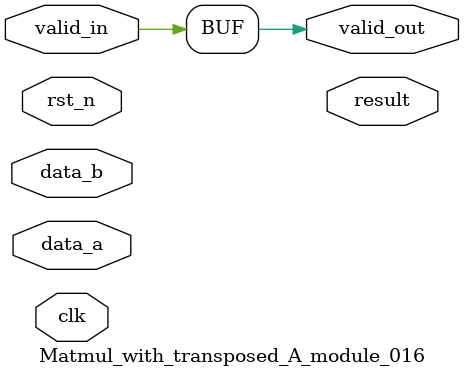
<source format=v>

module Matmul_with_transposed_A_module_016 (
    input clk,
    input rst_n,
    input valid_in,
    output valid_out,
    // Add specific ports based on operator type
    input [31:0] data_a,
    input [31:0] data_b,
    output [31:0] result
);

    // Module implementation would go here
    // This is a template - actual implementation depends on the operator
    
        // Generic operator implementation
    assign output_data = input_data; // Placeholder
    assign valid_out = valid_in;

endmodule

</source>
